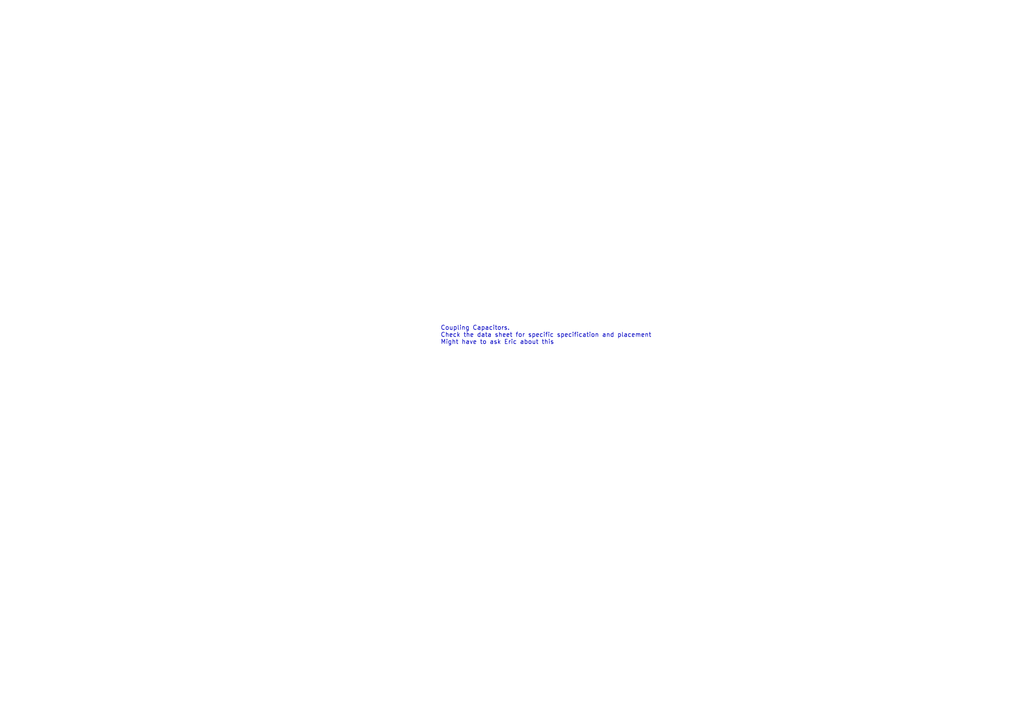
<source format=kicad_sch>
(kicad_sch
	(version 20250114)
	(generator "eeschema")
	(generator_version "9.0")
	(uuid "0555e65a-78c9-4198-a94d-afc4eb14f658")
	(paper "A4")
	(lib_symbols)
	(text "Coupling Capacitors. \nCheck the data sheet for specific specification and placement\nMight have to ask Eric about this"
		(exclude_from_sim no)
		(at 127.762 97.282 0)
		(effects
			(font
				(size 1.27 1.27)
			)
			(justify left)
		)
		(uuid "9644dd45-3348-491a-9fea-f726a1224392")
	)
)

</source>
